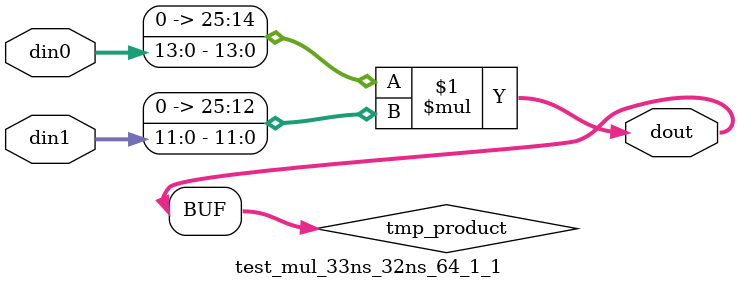
<source format=v>

`timescale 1 ns / 1 ps

  module test_mul_33ns_32ns_64_1_1(din0, din1, dout);
parameter ID = 1;
parameter NUM_STAGE = 0;
parameter din0_WIDTH = 14;
parameter din1_WIDTH = 12;
parameter dout_WIDTH = 26;

input [din0_WIDTH - 1 : 0] din0; 
input [din1_WIDTH - 1 : 0] din1; 
output [dout_WIDTH - 1 : 0] dout;

wire signed [dout_WIDTH - 1 : 0] tmp_product;










assign tmp_product = $signed({1'b0, din0}) * $signed({1'b0, din1});











assign dout = tmp_product;







endmodule

</source>
